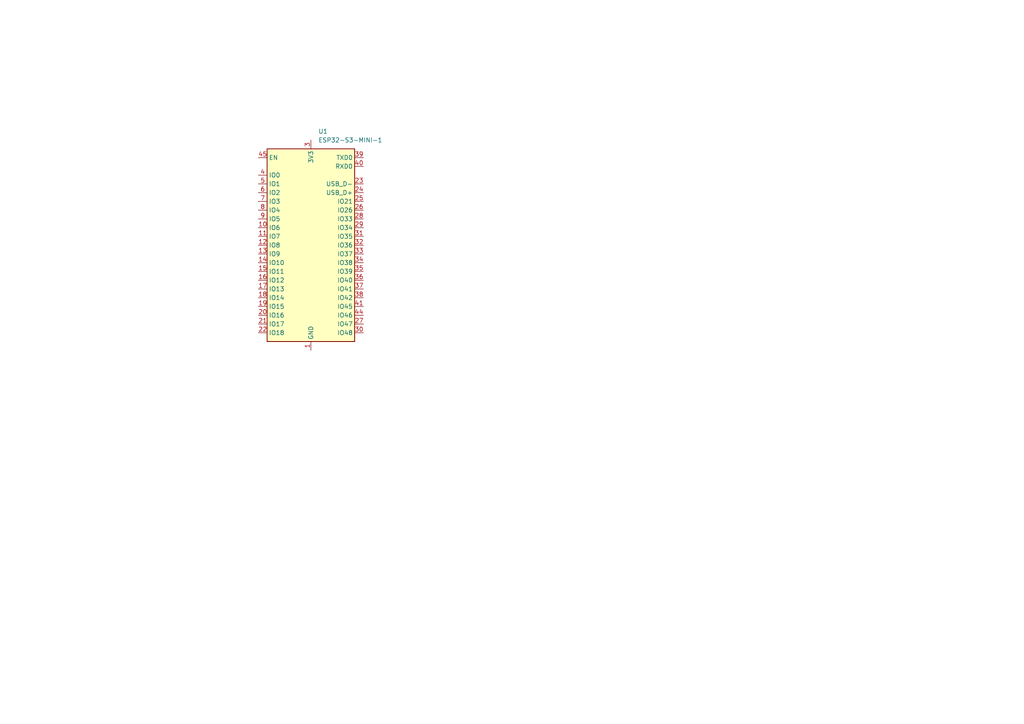
<source format=kicad_sch>
(kicad_sch (version 20250114) (generator "eeschema") (generator_version "9.0")
  (paper "A4")
  (lib_symbols
    (symbol "RF_Module:ESP32-S3-MINI-1"
      (property "Reference" "U" (at -11.43 29.21 0))
      (property "Value" "ESP32-S3-MINI-1" (at 12.7 29.21 0))
      (symbol "ESP32-S3-MINI-1_0_1"
        (rectangle (start -12.7 27.94) (end 12.7 -27.94) (stroke (width 0.254)) (fill (type background)))
      )
      (symbol "ESP32-S3-MINI-1_1_1"
        (pin input line (at -15.24 25.4 0) (length 2.54) (name "EN") (number "45"))
        (pin bidirectional line (at -15.24 20.32 0) (length 2.54) (name "IO0") (number "4"))
        (pin bidirectional line (at -15.24 17.78 0) (length 2.54) (name "IO1") (number "5"))
        (pin bidirectional line (at -15.24 15.24 0) (length 2.54) (name "IO2") (number "6"))
        (pin bidirectional line (at -15.24 12.7 0) (length 2.54) (name "IO3") (number "7"))
        (pin bidirectional line (at -15.24 10.16 0) (length 2.54) (name "IO4") (number "8"))
        (pin bidirectional line (at -15.24 7.62 0) (length 2.54) (name "IO5") (number "9"))
        (pin bidirectional line (at -15.24 5.08 0) (length 2.54) (name "IO6") (number "10"))
        (pin bidirectional line (at -15.24 2.54 0) (length 2.54) (name "IO7") (number "11"))
        (pin bidirectional line (at -15.24 0 0) (length 2.54) (name "IO8") (number "12"))
        (pin bidirectional line (at -15.24 -2.54 0) (length 2.54) (name "IO9") (number "13"))
        (pin bidirectional line (at -15.24 -5.08 0) (length 2.54) (name "IO10") (number "14"))
        (pin bidirectional line (at -15.24 -7.62 0) (length 2.54) (name "IO11") (number "15"))
        (pin bidirectional line (at -15.24 -10.16 0) (length 2.54) (name "IO12") (number "16"))
        (pin bidirectional line (at -15.24 -12.7 0) (length 2.54) (name "IO13") (number "17"))
        (pin bidirectional line (at -15.24 -15.24 0) (length 2.54) (name "IO14") (number "18"))
        (pin bidirectional line (at -15.24 -17.78 0) (length 2.54) (name "IO15") (number "19"))
        (pin bidirectional line (at -15.24 -20.32 0) (length 2.54) (name "IO16") (number "20"))
        (pin bidirectional line (at -15.24 -22.86 0) (length 2.54) (name "IO17") (number "21"))
        (pin bidirectional line (at -15.24 -25.4 0) (length 2.54) (name "IO18") (number "22"))
        (pin power_in line (at 0 30.48 270) (length 2.54) (name "3V3") (number "3"))
        (pin power_in line (at 0 -30.48 90) (length 2.54) (name "GND") (number "1"))
        (pin passive line (at 0 -30.48 90) (length 2.54) (hide yes) (name "GND") (number "2"))
        (pin passive line (at 0 -30.48 90) (length 2.54) (hide yes) (name "GND") (number "42"))
        (pin passive line (at 0 -30.48 90) (length 2.54) (hide yes) (name "GND") (number "43"))
        (pin passive line (at 0 -30.48 90) (length 2.54) (hide yes) (name "GND") (number "46"))
        (pin passive line (at 0 -30.48 90) (length 2.54) (hide yes) (name "GND") (number "47"))
        (pin passive line (at 0 -30.48 90) (length 2.54) (hide yes) (name "GND") (number "48"))
        (pin passive line (at 0 -30.48 90) (length 2.54) (hide yes) (name "GND") (number "49"))
        (pin passive line (at 0 -30.48 90) (length 2.54) (hide yes) (name "GND") (number "50"))
        (pin passive line (at 0 -30.48 90) (length 2.54) (hide yes) (name "GND") (number "51"))
        (pin passive line (at 0 -30.48 90) (length 2.54) (hide yes) (name "GND") (number "52"))
        (pin passive line (at 0 -30.48 90) (length 2.54) (hide yes) (name "GND") (number "53"))
        (pin passive line (at 0 -30.48 90) (length 2.54) (hide yes) (name "GND") (number "54"))
        (pin passive line (at 0 -30.48 90) (length 2.54) (hide yes) (name "GND") (number "55"))
        (pin passive line (at 0 -30.48 90) (length 2.54) (hide yes) (name "GND") (number "56"))
        (pin passive line (at 0 -30.48 90) (length 2.54) (hide yes) (name "GND") (number "57"))
        (pin passive line (at 0 -30.48 90) (length 2.54) (hide yes) (name "GND") (number "58"))
        (pin passive line (at 0 -30.48 90) (length 2.54) (hide yes) (name "GND") (number "59"))
        (pin passive line (at 0 -30.48 90) (length 2.54) (hide yes) (name "GND") (number "60"))
        (pin passive line (at 0 -30.48 90) (length 2.54) (hide yes) (name "GND") (number "61"))
        (pin passive line (at 0 -30.48 90) (length 2.54) (hide yes) (name "GND") (number "62"))
        (pin passive line (at 0 -30.48 90) (length 2.54) (hide yes) (name "GND") (number "63"))
        (pin passive line (at 0 -30.48 90) (length 2.54) (hide yes) (name "GND") (number "64"))
        (pin passive line (at 0 -30.48 90) (length 2.54) (hide yes) (name "GND") (number "65"))
        (pin bidirectional line (at 15.24 25.4 180) (length 2.54) (name "TXD0") (number "39"))
        (pin bidirectional line (at 15.24 22.86 180) (length 2.54) (name "RXD0") (number "40"))
        (pin bidirectional line (at 15.24 17.78 180) (length 2.54) (name "USB_D-") (number "23"))
        (pin bidirectional line (at 15.24 15.24 180) (length 2.54) (name "USB_D+") (number "24"))
        (pin bidirectional line (at 15.24 12.7 180) (length 2.54) (name "IO21") (number "25"))
        (pin bidirectional line (at 15.24 10.16 180) (length 2.54) (name "IO26") (number "26"))
        (pin bidirectional line (at 15.24 7.62 180) (length 2.54) (name "IO33") (number "28"))
        (pin bidirectional line (at 15.24 5.08 180) (length 2.54) (name "IO34") (number "29"))
        (pin bidirectional line (at 15.24 2.54 180) (length 2.54) (name "IO35") (number "31"))
        (pin bidirectional line (at 15.24 0 180) (length 2.54) (name "IO36") (number "32"))
        (pin bidirectional line (at 15.24 -2.54 180) (length 2.54) (name "IO37") (number "33"))
        (pin bidirectional line (at 15.24 -5.08 180) (length 2.54) (name "IO38") (number "34"))
        (pin bidirectional line (at 15.24 -7.62 180) (length 2.54) (name "IO39") (number "35"))
        (pin bidirectional line (at 15.24 -10.16 180) (length 2.54) (name "IO40") (number "36"))
        (pin bidirectional line (at 15.24 -12.7 180) (length 2.54) (name "IO41") (number "37"))
        (pin bidirectional line (at 15.24 -15.24 180) (length 2.54) (name "IO42") (number "38"))
        (pin bidirectional line (at 15.24 -17.78 180) (length 2.54) (name "IO45") (number "41"))
        (pin bidirectional line (at 15.24 -20.32 180) (length 2.54) (name "IO46") (number "44"))
        (pin bidirectional line (at 15.24 -22.86 180) (length 2.54) (name "IO47") (number "27"))
        (pin bidirectional line (at 15.24 -25.4 180) (length 2.54) (name "IO48") (number "30"))
      )
    )
  )
  (symbol (lib_id "RF_Module:ESP32-S3-MINI-1") (at 90.17 71.12 0) (unit 1)
    (property "Reference" "U1" (at 92.3133 38.1 0) (effects (justify left)))
    (property "Value" "ESP32-S3-MINI-1" (at 92.3133 40.64 0) (effects (justify left)))
    (property "Footprint" "RF_Module:ESP32-S2-MINI-1" (effects (hide yes)))
    (property "Datasheet" "https://www.espressif.com/sites/default/files/documentation/esp32-s3-mini-1_mini-1u_datasheet_en.pdf" (effects (hide yes)))
    (property "Description" "RF Module, ESP32-S3 SoC, Wi-Fi 802.11b/g/n, Bluetooth, BLE, 32-bit, 3.3V, SMD, onboard antenna" (effects (hide yes)))
  )
)
</source>
